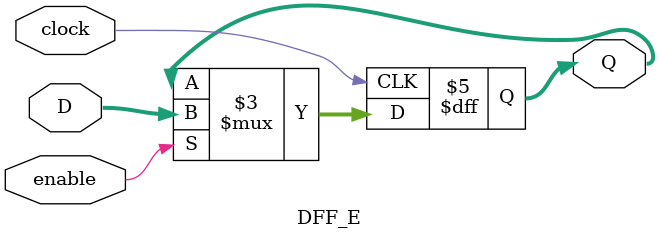
<source format=v>
`timescale 1ns / 1ps
/*
 * File         : DFF_E.v
 * Project      : XUM MIPS32
 * Creator(s)   : Grant Ayers (ayers@cs.stanford.edu)
 *
 * Standards/Formatting:
 *   Verilog 2001, 4 soft tab, wide column.
 *
 * Description:
 *   A variable-width register (d flip-flop) with configurable initial
 *   value and enable.
 */
module DFF_E #(parameter WIDTH=32, INIT={WIDTH{1'b0}})(
    input  clock,
    input  enable,
    input  [(WIDTH-1):0] D,
    output reg [(WIDTH-1):0] Q
    );

    initial begin
        Q <= INIT;
    end

    always @(posedge clock) begin
        if (enable) begin
            Q <= D;
        end
    end

endmodule


</source>
